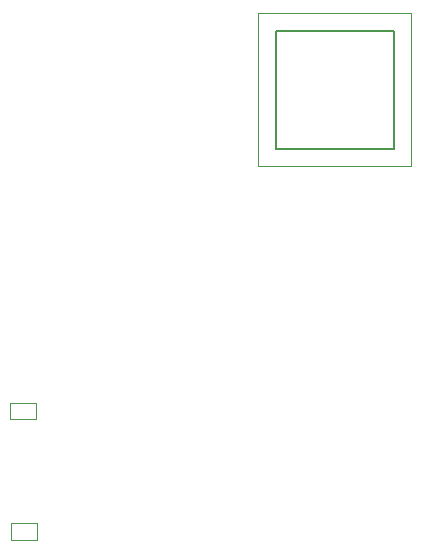
<source format=gm1>
G04*
G04 #@! TF.GenerationSoftware,Altium Limited,Altium Designer,18.0.12 (696)*
G04*
G04 Layer_Color=16711935*
%FSLAX23Y23*%
%MOIN*%
G70*
G01*
G75*
%ADD13C,0.000*%
%ADD14C,0.005*%
%ADD48C,0.002*%
D13*
X410Y1508D02*
X495D01*
Y1563D01*
X410D02*
X495D01*
X410Y1508D02*
Y1563D01*
X414Y1106D02*
X499D01*
Y1161D01*
X414D02*
X499D01*
X414Y1106D02*
Y1161D01*
D14*
X1295Y2803D02*
X1689D01*
X1295Y2409D02*
Y2803D01*
Y2409D02*
X1689D01*
Y2803D01*
D48*
X1238Y2861D02*
X1746D01*
X1238Y2352D02*
Y2861D01*
Y2352D02*
X1746D01*
Y2861D01*
M02*

</source>
